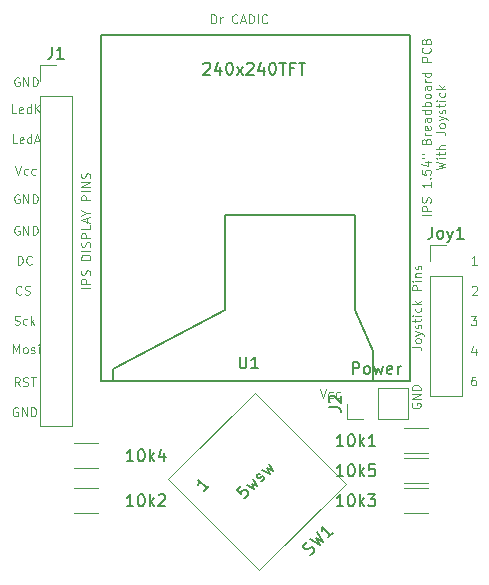
<source format=gbr>
G04 #@! TF.FileFunction,Legend,Top*
%FSLAX46Y46*%
G04 Gerber Fmt 4.6, Leading zero omitted, Abs format (unit mm)*
G04 Created by KiCad (PCBNEW 4.0.7) date 04/18/19 12:47:30*
%MOMM*%
%LPD*%
G01*
G04 APERTURE LIST*
%ADD10C,0.100000*%
%ADD11C,0.120000*%
%ADD12C,0.150000*%
G04 APERTURE END LIST*
D10*
X145725800Y-135267628D02*
X145690086Y-135339057D01*
X145690086Y-135446200D01*
X145725800Y-135553343D01*
X145797229Y-135624771D01*
X145868657Y-135660486D01*
X146011514Y-135696200D01*
X146118657Y-135696200D01*
X146261514Y-135660486D01*
X146332943Y-135624771D01*
X146404371Y-135553343D01*
X146440086Y-135446200D01*
X146440086Y-135374771D01*
X146404371Y-135267628D01*
X146368657Y-135231914D01*
X146118657Y-135231914D01*
X146118657Y-135374771D01*
X146440086Y-134910486D02*
X145690086Y-134910486D01*
X146440086Y-134481914D01*
X145690086Y-134481914D01*
X146440086Y-134124772D02*
X145690086Y-134124772D01*
X145690086Y-133946200D01*
X145725800Y-133839057D01*
X145797229Y-133767629D01*
X145868657Y-133731914D01*
X146011514Y-133696200D01*
X146118657Y-133696200D01*
X146261514Y-133731914D01*
X146332943Y-133767629D01*
X146404371Y-133839057D01*
X146440086Y-133946200D01*
X146440086Y-134124772D01*
X137918144Y-134056886D02*
X138168144Y-134806886D01*
X138418144Y-134056886D01*
X138989572Y-134771171D02*
X138918143Y-134806886D01*
X138775286Y-134806886D01*
X138703858Y-134771171D01*
X138668143Y-134735457D01*
X138632429Y-134664029D01*
X138632429Y-134449743D01*
X138668143Y-134378314D01*
X138703858Y-134342600D01*
X138775286Y-134306886D01*
X138918143Y-134306886D01*
X138989572Y-134342600D01*
X139632429Y-134771171D02*
X139561000Y-134806886D01*
X139418143Y-134806886D01*
X139346715Y-134771171D01*
X139311000Y-134735457D01*
X139275286Y-134664029D01*
X139275286Y-134449743D01*
X139311000Y-134378314D01*
X139346715Y-134342600D01*
X139418143Y-134306886D01*
X139561000Y-134306886D01*
X139632429Y-134342600D01*
X151082357Y-133002786D02*
X150939500Y-133002786D01*
X150868071Y-133038500D01*
X150832357Y-133074214D01*
X150760928Y-133181357D01*
X150725214Y-133324214D01*
X150725214Y-133609929D01*
X150760928Y-133681357D01*
X150796643Y-133717071D01*
X150868071Y-133752786D01*
X151010928Y-133752786D01*
X151082357Y-133717071D01*
X151118071Y-133681357D01*
X151153786Y-133609929D01*
X151153786Y-133431357D01*
X151118071Y-133359929D01*
X151082357Y-133324214D01*
X151010928Y-133288500D01*
X150868071Y-133288500D01*
X150796643Y-133324214D01*
X150760928Y-133359929D01*
X150725214Y-133431357D01*
X151095057Y-130661986D02*
X151095057Y-131161986D01*
X150916486Y-130376271D02*
X150737914Y-130911986D01*
X151202200Y-130911986D01*
X150702200Y-127884686D02*
X151166486Y-127884686D01*
X150916486Y-128170400D01*
X151023628Y-128170400D01*
X151095057Y-128206114D01*
X151130771Y-128241829D01*
X151166486Y-128313257D01*
X151166486Y-128491829D01*
X151130771Y-128563257D01*
X151095057Y-128598971D01*
X151023628Y-128634686D01*
X150809343Y-128634686D01*
X150737914Y-128598971D01*
X150702200Y-128563257D01*
X150788714Y-125378014D02*
X150824428Y-125342300D01*
X150895857Y-125306586D01*
X151074428Y-125306586D01*
X151145857Y-125342300D01*
X151181571Y-125378014D01*
X151217286Y-125449443D01*
X151217286Y-125520871D01*
X151181571Y-125628014D01*
X150753000Y-126056586D01*
X151217286Y-126056586D01*
X151191886Y-123516586D02*
X150763314Y-123516586D01*
X150977600Y-123516586D02*
X150977600Y-122766586D01*
X150906171Y-122873729D01*
X150834743Y-122945157D01*
X150763314Y-122980871D01*
X145728186Y-130486529D02*
X146263900Y-130486529D01*
X146371043Y-130522243D01*
X146442471Y-130593672D01*
X146478186Y-130700815D01*
X146478186Y-130772243D01*
X146478186Y-130022243D02*
X146442471Y-130093671D01*
X146406757Y-130129386D01*
X146335329Y-130165100D01*
X146121043Y-130165100D01*
X146049614Y-130129386D01*
X146013900Y-130093671D01*
X145978186Y-130022243D01*
X145978186Y-129915100D01*
X146013900Y-129843671D01*
X146049614Y-129807957D01*
X146121043Y-129772243D01*
X146335329Y-129772243D01*
X146406757Y-129807957D01*
X146442471Y-129843671D01*
X146478186Y-129915100D01*
X146478186Y-130022243D01*
X145978186Y-129522243D02*
X146478186Y-129343672D01*
X145978186Y-129165100D02*
X146478186Y-129343672D01*
X146656757Y-129415100D01*
X146692471Y-129450815D01*
X146728186Y-129522243D01*
X146442471Y-128915100D02*
X146478186Y-128843671D01*
X146478186Y-128700814D01*
X146442471Y-128629386D01*
X146371043Y-128593671D01*
X146335329Y-128593671D01*
X146263900Y-128629386D01*
X146228186Y-128700814D01*
X146228186Y-128807957D01*
X146192471Y-128879386D01*
X146121043Y-128915100D01*
X146085329Y-128915100D01*
X146013900Y-128879386D01*
X145978186Y-128807957D01*
X145978186Y-128700814D01*
X146013900Y-128629386D01*
X145978186Y-128379385D02*
X145978186Y-128093671D01*
X145728186Y-128272243D02*
X146371043Y-128272243D01*
X146442471Y-128236528D01*
X146478186Y-128165100D01*
X146478186Y-128093671D01*
X146478186Y-127843672D02*
X145978186Y-127843672D01*
X145728186Y-127843672D02*
X145763900Y-127879386D01*
X145799614Y-127843672D01*
X145763900Y-127807957D01*
X145728186Y-127843672D01*
X145799614Y-127843672D01*
X146442471Y-127165100D02*
X146478186Y-127236529D01*
X146478186Y-127379386D01*
X146442471Y-127450814D01*
X146406757Y-127486529D01*
X146335329Y-127522243D01*
X146121043Y-127522243D01*
X146049614Y-127486529D01*
X146013900Y-127450814D01*
X145978186Y-127379386D01*
X145978186Y-127236529D01*
X146013900Y-127165100D01*
X146478186Y-126843672D02*
X145728186Y-126843672D01*
X146192471Y-126772243D02*
X146478186Y-126557957D01*
X145978186Y-126557957D02*
X146263900Y-126843672D01*
X146478186Y-125665100D02*
X145728186Y-125665100D01*
X145728186Y-125379385D01*
X145763900Y-125307957D01*
X145799614Y-125272242D01*
X145871043Y-125236528D01*
X145978186Y-125236528D01*
X146049614Y-125272242D01*
X146085329Y-125307957D01*
X146121043Y-125379385D01*
X146121043Y-125665100D01*
X146478186Y-124915100D02*
X145978186Y-124915100D01*
X145728186Y-124915100D02*
X145763900Y-124950814D01*
X145799614Y-124915100D01*
X145763900Y-124879385D01*
X145728186Y-124915100D01*
X145799614Y-124915100D01*
X145978186Y-124557957D02*
X146478186Y-124557957D01*
X146049614Y-124557957D02*
X146013900Y-124522242D01*
X145978186Y-124450814D01*
X145978186Y-124343671D01*
X146013900Y-124272242D01*
X146085329Y-124236528D01*
X146478186Y-124236528D01*
X146442471Y-123915100D02*
X146478186Y-123843671D01*
X146478186Y-123700814D01*
X146442471Y-123629386D01*
X146371043Y-123593671D01*
X146335329Y-123593671D01*
X146263900Y-123629386D01*
X146228186Y-123700814D01*
X146228186Y-123807957D01*
X146192471Y-123879386D01*
X146121043Y-123915100D01*
X146085329Y-123915100D01*
X146013900Y-123879386D01*
X145978186Y-123807957D01*
X145978186Y-123700814D01*
X146013900Y-123629386D01*
X118449286Y-125489287D02*
X117699286Y-125489287D01*
X118449286Y-125132144D02*
X117699286Y-125132144D01*
X117699286Y-124846429D01*
X117735000Y-124775001D01*
X117770714Y-124739286D01*
X117842143Y-124703572D01*
X117949286Y-124703572D01*
X118020714Y-124739286D01*
X118056429Y-124775001D01*
X118092143Y-124846429D01*
X118092143Y-125132144D01*
X118413571Y-124417858D02*
X118449286Y-124310715D01*
X118449286Y-124132144D01*
X118413571Y-124060715D01*
X118377857Y-124025001D01*
X118306429Y-123989286D01*
X118235000Y-123989286D01*
X118163571Y-124025001D01*
X118127857Y-124060715D01*
X118092143Y-124132144D01*
X118056429Y-124275001D01*
X118020714Y-124346429D01*
X117985000Y-124382144D01*
X117913571Y-124417858D01*
X117842143Y-124417858D01*
X117770714Y-124382144D01*
X117735000Y-124346429D01*
X117699286Y-124275001D01*
X117699286Y-124096429D01*
X117735000Y-123989286D01*
X118449286Y-123096429D02*
X117699286Y-123096429D01*
X117699286Y-122917857D01*
X117735000Y-122810714D01*
X117806429Y-122739286D01*
X117877857Y-122703571D01*
X118020714Y-122667857D01*
X118127857Y-122667857D01*
X118270714Y-122703571D01*
X118342143Y-122739286D01*
X118413571Y-122810714D01*
X118449286Y-122917857D01*
X118449286Y-123096429D01*
X118449286Y-122346429D02*
X117699286Y-122346429D01*
X118413571Y-122025000D02*
X118449286Y-121917857D01*
X118449286Y-121739286D01*
X118413571Y-121667857D01*
X118377857Y-121632143D01*
X118306429Y-121596428D01*
X118235000Y-121596428D01*
X118163571Y-121632143D01*
X118127857Y-121667857D01*
X118092143Y-121739286D01*
X118056429Y-121882143D01*
X118020714Y-121953571D01*
X117985000Y-121989286D01*
X117913571Y-122025000D01*
X117842143Y-122025000D01*
X117770714Y-121989286D01*
X117735000Y-121953571D01*
X117699286Y-121882143D01*
X117699286Y-121703571D01*
X117735000Y-121596428D01*
X118449286Y-121275000D02*
X117699286Y-121275000D01*
X117699286Y-120989285D01*
X117735000Y-120917857D01*
X117770714Y-120882142D01*
X117842143Y-120846428D01*
X117949286Y-120846428D01*
X118020714Y-120882142D01*
X118056429Y-120917857D01*
X118092143Y-120989285D01*
X118092143Y-121275000D01*
X118449286Y-120167857D02*
X118449286Y-120525000D01*
X117699286Y-120525000D01*
X118235000Y-119953571D02*
X118235000Y-119596428D01*
X118449286Y-120024999D02*
X117699286Y-119774999D01*
X118449286Y-119524999D01*
X118092143Y-119132142D02*
X118449286Y-119132142D01*
X117699286Y-119382142D02*
X118092143Y-119132142D01*
X117699286Y-118882142D01*
X118449286Y-118060714D02*
X117699286Y-118060714D01*
X117699286Y-117774999D01*
X117735000Y-117703571D01*
X117770714Y-117667856D01*
X117842143Y-117632142D01*
X117949286Y-117632142D01*
X118020714Y-117667856D01*
X118056429Y-117703571D01*
X118092143Y-117774999D01*
X118092143Y-118060714D01*
X118449286Y-117310714D02*
X117699286Y-117310714D01*
X118449286Y-116953571D02*
X117699286Y-116953571D01*
X118449286Y-116524999D01*
X117699286Y-116524999D01*
X118413571Y-116203571D02*
X118449286Y-116096428D01*
X118449286Y-115917857D01*
X118413571Y-115846428D01*
X118377857Y-115810714D01*
X118306429Y-115774999D01*
X118235000Y-115774999D01*
X118163571Y-115810714D01*
X118127857Y-115846428D01*
X118092143Y-115917857D01*
X118056429Y-116060714D01*
X118020714Y-116132142D01*
X117985000Y-116167857D01*
X117913571Y-116203571D01*
X117842143Y-116203571D01*
X117770714Y-116167857D01*
X117735000Y-116132142D01*
X117699286Y-116060714D01*
X117699286Y-115882142D01*
X117735000Y-115774999D01*
X112331571Y-123529286D02*
X112331571Y-122779286D01*
X112510143Y-122779286D01*
X112617286Y-122815000D01*
X112688714Y-122886429D01*
X112724429Y-122957857D01*
X112760143Y-123100714D01*
X112760143Y-123207857D01*
X112724429Y-123350714D01*
X112688714Y-123422143D01*
X112617286Y-123493571D01*
X112510143Y-123529286D01*
X112331571Y-123529286D01*
X113510143Y-123457857D02*
X113474429Y-123493571D01*
X113367286Y-123529286D01*
X113295857Y-123529286D01*
X113188714Y-123493571D01*
X113117286Y-123422143D01*
X113081571Y-123350714D01*
X113045857Y-123207857D01*
X113045857Y-123100714D01*
X113081571Y-122957857D01*
X113117286Y-122886429D01*
X113188714Y-122815000D01*
X113295857Y-122779286D01*
X113367286Y-122779286D01*
X113474429Y-122815000D01*
X113510143Y-122850714D01*
X112651000Y-125997857D02*
X112615286Y-126033571D01*
X112508143Y-126069286D01*
X112436714Y-126069286D01*
X112329571Y-126033571D01*
X112258143Y-125962143D01*
X112222428Y-125890714D01*
X112186714Y-125747857D01*
X112186714Y-125640714D01*
X112222428Y-125497857D01*
X112258143Y-125426429D01*
X112329571Y-125355000D01*
X112436714Y-125319286D01*
X112508143Y-125319286D01*
X112615286Y-125355000D01*
X112651000Y-125390714D01*
X112936714Y-126033571D02*
X113043857Y-126069286D01*
X113222428Y-126069286D01*
X113293857Y-126033571D01*
X113329571Y-125997857D01*
X113365286Y-125926429D01*
X113365286Y-125855000D01*
X113329571Y-125783571D01*
X113293857Y-125747857D01*
X113222428Y-125712143D01*
X113079571Y-125676429D01*
X113008143Y-125640714D01*
X112972428Y-125605000D01*
X112936714Y-125533571D01*
X112936714Y-125462143D01*
X112972428Y-125390714D01*
X113008143Y-125355000D01*
X113079571Y-125319286D01*
X113258143Y-125319286D01*
X113365286Y-125355000D01*
X112331572Y-135642000D02*
X112260143Y-135606286D01*
X112153000Y-135606286D01*
X112045857Y-135642000D01*
X111974429Y-135713429D01*
X111938714Y-135784857D01*
X111903000Y-135927714D01*
X111903000Y-136034857D01*
X111938714Y-136177714D01*
X111974429Y-136249143D01*
X112045857Y-136320571D01*
X112153000Y-136356286D01*
X112224429Y-136356286D01*
X112331572Y-136320571D01*
X112367286Y-136284857D01*
X112367286Y-136034857D01*
X112224429Y-136034857D01*
X112688714Y-136356286D02*
X112688714Y-135606286D01*
X113117286Y-136356286D01*
X113117286Y-135606286D01*
X113474428Y-136356286D02*
X113474428Y-135606286D01*
X113653000Y-135606286D01*
X113760143Y-135642000D01*
X113831571Y-135713429D01*
X113867286Y-135784857D01*
X113903000Y-135927714D01*
X113903000Y-136034857D01*
X113867286Y-136177714D01*
X113831571Y-136249143D01*
X113760143Y-136320571D01*
X113653000Y-136356286D01*
X113474428Y-136356286D01*
X112137144Y-115159286D02*
X112387144Y-115909286D01*
X112637144Y-115159286D01*
X113208572Y-115873571D02*
X113137143Y-115909286D01*
X112994286Y-115909286D01*
X112922858Y-115873571D01*
X112887143Y-115837857D01*
X112851429Y-115766429D01*
X112851429Y-115552143D01*
X112887143Y-115480714D01*
X112922858Y-115445000D01*
X112994286Y-115409286D01*
X113137143Y-115409286D01*
X113208572Y-115445000D01*
X113851429Y-115873571D02*
X113780000Y-115909286D01*
X113637143Y-115909286D01*
X113565715Y-115873571D01*
X113530000Y-115837857D01*
X113494286Y-115766429D01*
X113494286Y-115552143D01*
X113530000Y-115480714D01*
X113565715Y-115445000D01*
X113637143Y-115409286D01*
X113780000Y-115409286D01*
X113851429Y-115445000D01*
X112280000Y-113242286D02*
X111922857Y-113242286D01*
X111922857Y-112492286D01*
X112815715Y-113206571D02*
X112744286Y-113242286D01*
X112601429Y-113242286D01*
X112530000Y-113206571D01*
X112494286Y-113135143D01*
X112494286Y-112849429D01*
X112530000Y-112778000D01*
X112601429Y-112742286D01*
X112744286Y-112742286D01*
X112815715Y-112778000D01*
X112851429Y-112849429D01*
X112851429Y-112920857D01*
X112494286Y-112992286D01*
X113494286Y-113242286D02*
X113494286Y-112492286D01*
X113494286Y-113206571D02*
X113422857Y-113242286D01*
X113280000Y-113242286D01*
X113208572Y-113206571D01*
X113172857Y-113170857D01*
X113137143Y-113099429D01*
X113137143Y-112885143D01*
X113172857Y-112813714D01*
X113208572Y-112778000D01*
X113280000Y-112742286D01*
X113422857Y-112742286D01*
X113494286Y-112778000D01*
X113815714Y-113028000D02*
X114172857Y-113028000D01*
X113744286Y-113242286D02*
X113994286Y-112492286D01*
X114244286Y-113242286D01*
X112226429Y-110702286D02*
X111869286Y-110702286D01*
X111869286Y-109952286D01*
X112762144Y-110666571D02*
X112690715Y-110702286D01*
X112547858Y-110702286D01*
X112476429Y-110666571D01*
X112440715Y-110595143D01*
X112440715Y-110309429D01*
X112476429Y-110238000D01*
X112547858Y-110202286D01*
X112690715Y-110202286D01*
X112762144Y-110238000D01*
X112797858Y-110309429D01*
X112797858Y-110380857D01*
X112440715Y-110452286D01*
X113440715Y-110702286D02*
X113440715Y-109952286D01*
X113440715Y-110666571D02*
X113369286Y-110702286D01*
X113226429Y-110702286D01*
X113155001Y-110666571D01*
X113119286Y-110630857D01*
X113083572Y-110559429D01*
X113083572Y-110345143D01*
X113119286Y-110273714D01*
X113155001Y-110238000D01*
X113226429Y-110202286D01*
X113369286Y-110202286D01*
X113440715Y-110238000D01*
X113797857Y-110702286D02*
X113797857Y-109952286D01*
X114226429Y-110702286D02*
X113905000Y-110273714D01*
X114226429Y-109952286D02*
X113797857Y-110380857D01*
X112458572Y-120275000D02*
X112387143Y-120239286D01*
X112280000Y-120239286D01*
X112172857Y-120275000D01*
X112101429Y-120346429D01*
X112065714Y-120417857D01*
X112030000Y-120560714D01*
X112030000Y-120667857D01*
X112065714Y-120810714D01*
X112101429Y-120882143D01*
X112172857Y-120953571D01*
X112280000Y-120989286D01*
X112351429Y-120989286D01*
X112458572Y-120953571D01*
X112494286Y-120917857D01*
X112494286Y-120667857D01*
X112351429Y-120667857D01*
X112815714Y-120989286D02*
X112815714Y-120239286D01*
X113244286Y-120989286D01*
X113244286Y-120239286D01*
X113601428Y-120989286D02*
X113601428Y-120239286D01*
X113780000Y-120239286D01*
X113887143Y-120275000D01*
X113958571Y-120346429D01*
X113994286Y-120417857D01*
X114030000Y-120560714D01*
X114030000Y-120667857D01*
X113994286Y-120810714D01*
X113958571Y-120882143D01*
X113887143Y-120953571D01*
X113780000Y-120989286D01*
X113601428Y-120989286D01*
X112458572Y-117608000D02*
X112387143Y-117572286D01*
X112280000Y-117572286D01*
X112172857Y-117608000D01*
X112101429Y-117679429D01*
X112065714Y-117750857D01*
X112030000Y-117893714D01*
X112030000Y-118000857D01*
X112065714Y-118143714D01*
X112101429Y-118215143D01*
X112172857Y-118286571D01*
X112280000Y-118322286D01*
X112351429Y-118322286D01*
X112458572Y-118286571D01*
X112494286Y-118250857D01*
X112494286Y-118000857D01*
X112351429Y-118000857D01*
X112815714Y-118322286D02*
X112815714Y-117572286D01*
X113244286Y-118322286D01*
X113244286Y-117572286D01*
X113601428Y-118322286D02*
X113601428Y-117572286D01*
X113780000Y-117572286D01*
X113887143Y-117608000D01*
X113958571Y-117679429D01*
X113994286Y-117750857D01*
X114030000Y-117893714D01*
X114030000Y-118000857D01*
X113994286Y-118143714D01*
X113958571Y-118215143D01*
X113887143Y-118286571D01*
X113780000Y-118322286D01*
X113601428Y-118322286D01*
X112063714Y-128573571D02*
X112170857Y-128609286D01*
X112349428Y-128609286D01*
X112420857Y-128573571D01*
X112456571Y-128537857D01*
X112492286Y-128466429D01*
X112492286Y-128395000D01*
X112456571Y-128323571D01*
X112420857Y-128287857D01*
X112349428Y-128252143D01*
X112206571Y-128216429D01*
X112135143Y-128180714D01*
X112099428Y-128145000D01*
X112063714Y-128073571D01*
X112063714Y-128002143D01*
X112099428Y-127930714D01*
X112135143Y-127895000D01*
X112206571Y-127859286D01*
X112385143Y-127859286D01*
X112492286Y-127895000D01*
X113135143Y-128573571D02*
X113063714Y-128609286D01*
X112920857Y-128609286D01*
X112849429Y-128573571D01*
X112813714Y-128537857D01*
X112778000Y-128466429D01*
X112778000Y-128252143D01*
X112813714Y-128180714D01*
X112849429Y-128145000D01*
X112920857Y-128109286D01*
X113063714Y-128109286D01*
X113135143Y-128145000D01*
X113456571Y-128609286D02*
X113456571Y-127859286D01*
X113528000Y-128323571D02*
X113742286Y-128609286D01*
X113742286Y-128109286D02*
X113456571Y-128395000D01*
X111958571Y-131022286D02*
X111958571Y-130272286D01*
X112208571Y-130808000D01*
X112458571Y-130272286D01*
X112458571Y-131022286D01*
X112922857Y-131022286D02*
X112851429Y-130986571D01*
X112815714Y-130950857D01*
X112780000Y-130879429D01*
X112780000Y-130665143D01*
X112815714Y-130593714D01*
X112851429Y-130558000D01*
X112922857Y-130522286D01*
X113030000Y-130522286D01*
X113101429Y-130558000D01*
X113137143Y-130593714D01*
X113172857Y-130665143D01*
X113172857Y-130879429D01*
X113137143Y-130950857D01*
X113101429Y-130986571D01*
X113030000Y-131022286D01*
X112922857Y-131022286D01*
X113458571Y-130986571D02*
X113530000Y-131022286D01*
X113672857Y-131022286D01*
X113744285Y-130986571D01*
X113780000Y-130915143D01*
X113780000Y-130879429D01*
X113744285Y-130808000D01*
X113672857Y-130772286D01*
X113565714Y-130772286D01*
X113494285Y-130736571D01*
X113458571Y-130665143D01*
X113458571Y-130629429D01*
X113494285Y-130558000D01*
X113565714Y-130522286D01*
X113672857Y-130522286D01*
X113744285Y-130558000D01*
X114101428Y-131022286D02*
X114101428Y-130522286D01*
X114101428Y-130272286D02*
X114065714Y-130308000D01*
X114101428Y-130343714D01*
X114137143Y-130308000D01*
X114101428Y-130272286D01*
X114101428Y-130343714D01*
X112492286Y-133816286D02*
X112242286Y-133459143D01*
X112063714Y-133816286D02*
X112063714Y-133066286D01*
X112349429Y-133066286D01*
X112420857Y-133102000D01*
X112456572Y-133137714D01*
X112492286Y-133209143D01*
X112492286Y-133316286D01*
X112456572Y-133387714D01*
X112420857Y-133423429D01*
X112349429Y-133459143D01*
X112063714Y-133459143D01*
X112778000Y-133780571D02*
X112885143Y-133816286D01*
X113063714Y-133816286D01*
X113135143Y-133780571D01*
X113170857Y-133744857D01*
X113206572Y-133673429D01*
X113206572Y-133602000D01*
X113170857Y-133530571D01*
X113135143Y-133494857D01*
X113063714Y-133459143D01*
X112920857Y-133423429D01*
X112849429Y-133387714D01*
X112813714Y-133352000D01*
X112778000Y-133280571D01*
X112778000Y-133209143D01*
X112813714Y-133137714D01*
X112849429Y-133102000D01*
X112920857Y-133066286D01*
X113099429Y-133066286D01*
X113206572Y-133102000D01*
X113420858Y-133066286D02*
X113849429Y-133066286D01*
X113635143Y-133816286D02*
X113635143Y-133066286D01*
X112458572Y-107702000D02*
X112387143Y-107666286D01*
X112280000Y-107666286D01*
X112172857Y-107702000D01*
X112101429Y-107773429D01*
X112065714Y-107844857D01*
X112030000Y-107987714D01*
X112030000Y-108094857D01*
X112065714Y-108237714D01*
X112101429Y-108309143D01*
X112172857Y-108380571D01*
X112280000Y-108416286D01*
X112351429Y-108416286D01*
X112458572Y-108380571D01*
X112494286Y-108344857D01*
X112494286Y-108094857D01*
X112351429Y-108094857D01*
X112815714Y-108416286D02*
X112815714Y-107666286D01*
X113244286Y-108416286D01*
X113244286Y-107666286D01*
X113601428Y-108416286D02*
X113601428Y-107666286D01*
X113780000Y-107666286D01*
X113887143Y-107702000D01*
X113958571Y-107773429D01*
X113994286Y-107844857D01*
X114030000Y-107987714D01*
X114030000Y-108094857D01*
X113994286Y-108237714D01*
X113958571Y-108309143D01*
X113887143Y-108380571D01*
X113780000Y-108416286D01*
X113601428Y-108416286D01*
X147300786Y-119333429D02*
X146550786Y-119333429D01*
X147300786Y-118976286D02*
X146550786Y-118976286D01*
X146550786Y-118690571D01*
X146586500Y-118619143D01*
X146622214Y-118583428D01*
X146693643Y-118547714D01*
X146800786Y-118547714D01*
X146872214Y-118583428D01*
X146907929Y-118619143D01*
X146943643Y-118690571D01*
X146943643Y-118976286D01*
X147265071Y-118262000D02*
X147300786Y-118154857D01*
X147300786Y-117976286D01*
X147265071Y-117904857D01*
X147229357Y-117869143D01*
X147157929Y-117833428D01*
X147086500Y-117833428D01*
X147015071Y-117869143D01*
X146979357Y-117904857D01*
X146943643Y-117976286D01*
X146907929Y-118119143D01*
X146872214Y-118190571D01*
X146836500Y-118226286D01*
X146765071Y-118262000D01*
X146693643Y-118262000D01*
X146622214Y-118226286D01*
X146586500Y-118190571D01*
X146550786Y-118119143D01*
X146550786Y-117940571D01*
X146586500Y-117833428D01*
X147300786Y-116547713D02*
X147300786Y-116976285D01*
X147300786Y-116761999D02*
X146550786Y-116761999D01*
X146657929Y-116833428D01*
X146729357Y-116904856D01*
X146765071Y-116976285D01*
X147229357Y-116226285D02*
X147265071Y-116190570D01*
X147300786Y-116226285D01*
X147265071Y-116261999D01*
X147229357Y-116226285D01*
X147300786Y-116226285D01*
X146550786Y-115511999D02*
X146550786Y-115869142D01*
X146907929Y-115904856D01*
X146872214Y-115869142D01*
X146836500Y-115797713D01*
X146836500Y-115619142D01*
X146872214Y-115547713D01*
X146907929Y-115511999D01*
X146979357Y-115476284D01*
X147157929Y-115476284D01*
X147229357Y-115511999D01*
X147265071Y-115547713D01*
X147300786Y-115619142D01*
X147300786Y-115797713D01*
X147265071Y-115869142D01*
X147229357Y-115904856D01*
X146800786Y-114833427D02*
X147300786Y-114833427D01*
X146515071Y-115011998D02*
X147050786Y-115190570D01*
X147050786Y-114726284D01*
X146550786Y-114476284D02*
X146693643Y-114476284D01*
X146550786Y-114190570D02*
X146693643Y-114190570D01*
X146907929Y-113047712D02*
X146943643Y-112940569D01*
X146979357Y-112904854D01*
X147050786Y-112869140D01*
X147157929Y-112869140D01*
X147229357Y-112904854D01*
X147265071Y-112940569D01*
X147300786Y-113011997D01*
X147300786Y-113297712D01*
X146550786Y-113297712D01*
X146550786Y-113047712D01*
X146586500Y-112976283D01*
X146622214Y-112940569D01*
X146693643Y-112904854D01*
X146765071Y-112904854D01*
X146836500Y-112940569D01*
X146872214Y-112976283D01*
X146907929Y-113047712D01*
X146907929Y-113297712D01*
X147300786Y-112547712D02*
X146800786Y-112547712D01*
X146943643Y-112547712D02*
X146872214Y-112511997D01*
X146836500Y-112476283D01*
X146800786Y-112404854D01*
X146800786Y-112333426D01*
X147265071Y-111797711D02*
X147300786Y-111869140D01*
X147300786Y-112011997D01*
X147265071Y-112083426D01*
X147193643Y-112119140D01*
X146907929Y-112119140D01*
X146836500Y-112083426D01*
X146800786Y-112011997D01*
X146800786Y-111869140D01*
X146836500Y-111797711D01*
X146907929Y-111761997D01*
X146979357Y-111761997D01*
X147050786Y-112119140D01*
X147300786Y-111119140D02*
X146907929Y-111119140D01*
X146836500Y-111154854D01*
X146800786Y-111226283D01*
X146800786Y-111369140D01*
X146836500Y-111440569D01*
X147265071Y-111119140D02*
X147300786Y-111190569D01*
X147300786Y-111369140D01*
X147265071Y-111440569D01*
X147193643Y-111476283D01*
X147122214Y-111476283D01*
X147050786Y-111440569D01*
X147015071Y-111369140D01*
X147015071Y-111190569D01*
X146979357Y-111119140D01*
X147300786Y-110440569D02*
X146550786Y-110440569D01*
X147265071Y-110440569D02*
X147300786Y-110511998D01*
X147300786Y-110654855D01*
X147265071Y-110726283D01*
X147229357Y-110761998D01*
X147157929Y-110797712D01*
X146943643Y-110797712D01*
X146872214Y-110761998D01*
X146836500Y-110726283D01*
X146800786Y-110654855D01*
X146800786Y-110511998D01*
X146836500Y-110440569D01*
X147300786Y-110083427D02*
X146550786Y-110083427D01*
X146836500Y-110083427D02*
X146800786Y-110011998D01*
X146800786Y-109869141D01*
X146836500Y-109797712D01*
X146872214Y-109761998D01*
X146943643Y-109726284D01*
X147157929Y-109726284D01*
X147229357Y-109761998D01*
X147265071Y-109797712D01*
X147300786Y-109869141D01*
X147300786Y-110011998D01*
X147265071Y-110083427D01*
X147300786Y-109297713D02*
X147265071Y-109369141D01*
X147229357Y-109404856D01*
X147157929Y-109440570D01*
X146943643Y-109440570D01*
X146872214Y-109404856D01*
X146836500Y-109369141D01*
X146800786Y-109297713D01*
X146800786Y-109190570D01*
X146836500Y-109119141D01*
X146872214Y-109083427D01*
X146943643Y-109047713D01*
X147157929Y-109047713D01*
X147229357Y-109083427D01*
X147265071Y-109119141D01*
X147300786Y-109190570D01*
X147300786Y-109297713D01*
X147300786Y-108404856D02*
X146907929Y-108404856D01*
X146836500Y-108440570D01*
X146800786Y-108511999D01*
X146800786Y-108654856D01*
X146836500Y-108726285D01*
X147265071Y-108404856D02*
X147300786Y-108476285D01*
X147300786Y-108654856D01*
X147265071Y-108726285D01*
X147193643Y-108761999D01*
X147122214Y-108761999D01*
X147050786Y-108726285D01*
X147015071Y-108654856D01*
X147015071Y-108476285D01*
X146979357Y-108404856D01*
X147300786Y-108047714D02*
X146800786Y-108047714D01*
X146943643Y-108047714D02*
X146872214Y-108011999D01*
X146836500Y-107976285D01*
X146800786Y-107904856D01*
X146800786Y-107833428D01*
X147300786Y-107261999D02*
X146550786Y-107261999D01*
X147265071Y-107261999D02*
X147300786Y-107333428D01*
X147300786Y-107476285D01*
X147265071Y-107547713D01*
X147229357Y-107583428D01*
X147157929Y-107619142D01*
X146943643Y-107619142D01*
X146872214Y-107583428D01*
X146836500Y-107547713D01*
X146800786Y-107476285D01*
X146800786Y-107333428D01*
X146836500Y-107261999D01*
X147300786Y-106333428D02*
X146550786Y-106333428D01*
X146550786Y-106047713D01*
X146586500Y-105976285D01*
X146622214Y-105940570D01*
X146693643Y-105904856D01*
X146800786Y-105904856D01*
X146872214Y-105940570D01*
X146907929Y-105976285D01*
X146943643Y-106047713D01*
X146943643Y-106333428D01*
X147229357Y-105154856D02*
X147265071Y-105190570D01*
X147300786Y-105297713D01*
X147300786Y-105369142D01*
X147265071Y-105476285D01*
X147193643Y-105547713D01*
X147122214Y-105583428D01*
X146979357Y-105619142D01*
X146872214Y-105619142D01*
X146729357Y-105583428D01*
X146657929Y-105547713D01*
X146586500Y-105476285D01*
X146550786Y-105369142D01*
X146550786Y-105297713D01*
X146586500Y-105190570D01*
X146622214Y-105154856D01*
X146907929Y-104583428D02*
X146943643Y-104476285D01*
X146979357Y-104440570D01*
X147050786Y-104404856D01*
X147157929Y-104404856D01*
X147229357Y-104440570D01*
X147265071Y-104476285D01*
X147300786Y-104547713D01*
X147300786Y-104833428D01*
X146550786Y-104833428D01*
X146550786Y-104583428D01*
X146586500Y-104511999D01*
X146622214Y-104476285D01*
X146693643Y-104440570D01*
X146765071Y-104440570D01*
X146836500Y-104476285D01*
X146872214Y-104511999D01*
X146907929Y-104583428D01*
X146907929Y-104833428D01*
X147775786Y-115458428D02*
X148525786Y-115279857D01*
X147990071Y-115137000D01*
X148525786Y-114994142D01*
X147775786Y-114815571D01*
X148525786Y-114529857D02*
X148025786Y-114529857D01*
X147775786Y-114529857D02*
X147811500Y-114565571D01*
X147847214Y-114529857D01*
X147811500Y-114494142D01*
X147775786Y-114529857D01*
X147847214Y-114529857D01*
X148025786Y-114279856D02*
X148025786Y-113994142D01*
X147775786Y-114172714D02*
X148418643Y-114172714D01*
X148490071Y-114136999D01*
X148525786Y-114065571D01*
X148525786Y-113994142D01*
X148525786Y-113744143D02*
X147775786Y-113744143D01*
X148525786Y-113422714D02*
X148132929Y-113422714D01*
X148061500Y-113458428D01*
X148025786Y-113529857D01*
X148025786Y-113637000D01*
X148061500Y-113708428D01*
X148097214Y-113744143D01*
X147775786Y-112279857D02*
X148311500Y-112279857D01*
X148418643Y-112315571D01*
X148490071Y-112387000D01*
X148525786Y-112494143D01*
X148525786Y-112565571D01*
X148525786Y-111815571D02*
X148490071Y-111886999D01*
X148454357Y-111922714D01*
X148382929Y-111958428D01*
X148168643Y-111958428D01*
X148097214Y-111922714D01*
X148061500Y-111886999D01*
X148025786Y-111815571D01*
X148025786Y-111708428D01*
X148061500Y-111636999D01*
X148097214Y-111601285D01*
X148168643Y-111565571D01*
X148382929Y-111565571D01*
X148454357Y-111601285D01*
X148490071Y-111636999D01*
X148525786Y-111708428D01*
X148525786Y-111815571D01*
X148025786Y-111315571D02*
X148525786Y-111137000D01*
X148025786Y-110958428D02*
X148525786Y-111137000D01*
X148704357Y-111208428D01*
X148740071Y-111244143D01*
X148775786Y-111315571D01*
X148490071Y-110708428D02*
X148525786Y-110636999D01*
X148525786Y-110494142D01*
X148490071Y-110422714D01*
X148418643Y-110386999D01*
X148382929Y-110386999D01*
X148311500Y-110422714D01*
X148275786Y-110494142D01*
X148275786Y-110601285D01*
X148240071Y-110672714D01*
X148168643Y-110708428D01*
X148132929Y-110708428D01*
X148061500Y-110672714D01*
X148025786Y-110601285D01*
X148025786Y-110494142D01*
X148061500Y-110422714D01*
X148025786Y-110172713D02*
X148025786Y-109886999D01*
X147775786Y-110065571D02*
X148418643Y-110065571D01*
X148490071Y-110029856D01*
X148525786Y-109958428D01*
X148525786Y-109886999D01*
X148525786Y-109637000D02*
X148025786Y-109637000D01*
X147775786Y-109637000D02*
X147811500Y-109672714D01*
X147847214Y-109637000D01*
X147811500Y-109601285D01*
X147775786Y-109637000D01*
X147847214Y-109637000D01*
X148490071Y-108958428D02*
X148525786Y-109029857D01*
X148525786Y-109172714D01*
X148490071Y-109244142D01*
X148454357Y-109279857D01*
X148382929Y-109315571D01*
X148168643Y-109315571D01*
X148097214Y-109279857D01*
X148061500Y-109244142D01*
X148025786Y-109172714D01*
X148025786Y-109029857D01*
X148061500Y-108958428D01*
X148525786Y-108637000D02*
X147775786Y-108637000D01*
X148240071Y-108565571D02*
X148525786Y-108351285D01*
X148025786Y-108351285D02*
X148311500Y-108637000D01*
X128724714Y-103082286D02*
X128724714Y-102332286D01*
X128903286Y-102332286D01*
X129010429Y-102368000D01*
X129081857Y-102439429D01*
X129117572Y-102510857D01*
X129153286Y-102653714D01*
X129153286Y-102760857D01*
X129117572Y-102903714D01*
X129081857Y-102975143D01*
X129010429Y-103046571D01*
X128903286Y-103082286D01*
X128724714Y-103082286D01*
X129474714Y-103082286D02*
X129474714Y-102582286D01*
X129474714Y-102725143D02*
X129510429Y-102653714D01*
X129546143Y-102618000D01*
X129617572Y-102582286D01*
X129689000Y-102582286D01*
X130939001Y-103010857D02*
X130903287Y-103046571D01*
X130796144Y-103082286D01*
X130724715Y-103082286D01*
X130617572Y-103046571D01*
X130546144Y-102975143D01*
X130510429Y-102903714D01*
X130474715Y-102760857D01*
X130474715Y-102653714D01*
X130510429Y-102510857D01*
X130546144Y-102439429D01*
X130617572Y-102368000D01*
X130724715Y-102332286D01*
X130796144Y-102332286D01*
X130903287Y-102368000D01*
X130939001Y-102403714D01*
X131224715Y-102868000D02*
X131581858Y-102868000D01*
X131153287Y-103082286D02*
X131403287Y-102332286D01*
X131653287Y-103082286D01*
X131903286Y-103082286D02*
X131903286Y-102332286D01*
X132081858Y-102332286D01*
X132189001Y-102368000D01*
X132260429Y-102439429D01*
X132296144Y-102510857D01*
X132331858Y-102653714D01*
X132331858Y-102760857D01*
X132296144Y-102903714D01*
X132260429Y-102975143D01*
X132189001Y-103046571D01*
X132081858Y-103082286D01*
X131903286Y-103082286D01*
X132653286Y-103082286D02*
X132653286Y-102332286D01*
X133439001Y-103010857D02*
X133403287Y-103046571D01*
X133296144Y-103082286D01*
X133224715Y-103082286D01*
X133117572Y-103046571D01*
X133046144Y-102975143D01*
X133010429Y-102903714D01*
X132974715Y-102760857D01*
X132974715Y-102653714D01*
X133010429Y-102510857D01*
X133046144Y-102439429D01*
X133117572Y-102368000D01*
X133224715Y-102332286D01*
X133296144Y-102332286D01*
X133403287Y-102368000D01*
X133439001Y-102403714D01*
D11*
X147050000Y-142040000D02*
X145050000Y-142040000D01*
X145050000Y-139900000D02*
X147050000Y-139900000D01*
X119110000Y-144580000D02*
X117110000Y-144580000D01*
X117110000Y-142440000D02*
X119110000Y-142440000D01*
X147050000Y-144580000D02*
X145050000Y-144580000D01*
X145050000Y-142440000D02*
X147050000Y-142440000D01*
X119110000Y-140770000D02*
X117110000Y-140770000D01*
X117110000Y-138630000D02*
X119110000Y-138630000D01*
X145050000Y-137360000D02*
X147050000Y-137360000D01*
X147050000Y-139500000D02*
X145050000Y-139500000D01*
X114240000Y-109220000D02*
X114240000Y-137220000D01*
X114240000Y-137220000D02*
X116900000Y-137220000D01*
X116900000Y-137220000D02*
X116900000Y-109220000D01*
X116900000Y-109220000D02*
X114240000Y-109220000D01*
X114240000Y-107950000D02*
X114240000Y-106620000D01*
X114240000Y-106620000D02*
X115570000Y-106620000D01*
X147260000Y-124460000D02*
X147260000Y-134680000D01*
X147260000Y-134680000D02*
X149920000Y-134680000D01*
X149920000Y-134680000D02*
X149920000Y-124460000D01*
X149920000Y-124460000D02*
X147260000Y-124460000D01*
X147260000Y-123190000D02*
X147260000Y-121860000D01*
X147260000Y-121860000D02*
X148590000Y-121860000D01*
D10*
X125759771Y-140999771D02*
X132406575Y-134352967D01*
X132406575Y-134352967D02*
X140114039Y-142060431D01*
X140114039Y-142060431D02*
X132760128Y-149414342D01*
X132760128Y-149414342D02*
X125052664Y-141706878D01*
X125052664Y-141706878D02*
X125759771Y-140999771D01*
D12*
X120380000Y-132350000D02*
X120380000Y-133350000D01*
X142380000Y-132850000D02*
X142380000Y-133350000D01*
X142380000Y-132850000D02*
X142380000Y-130850000D01*
X142380000Y-130850000D02*
X140880000Y-127350000D01*
X140880000Y-127350000D02*
X140880000Y-119350000D01*
X140880000Y-119350000D02*
X129880000Y-119350000D01*
X129880000Y-119350000D02*
X129880000Y-127350000D01*
X129880000Y-127350000D02*
X120380000Y-132350000D01*
X119380000Y-133350000D02*
X119380000Y-104090000D01*
X119380000Y-104090000D02*
X145530000Y-104050000D01*
X145530000Y-104050000D02*
X145530000Y-133350000D01*
X145530000Y-133350000D02*
X119380000Y-133350000D01*
D11*
X142811500Y-136610400D02*
X145411500Y-136610400D01*
X145411500Y-136610400D02*
X145411500Y-133950400D01*
X145411500Y-133950400D02*
X142811500Y-133950400D01*
X142811500Y-133950400D02*
X142811500Y-136610400D01*
X141541500Y-136610400D02*
X140211500Y-136610400D01*
X140211500Y-136610400D02*
X140211500Y-135280400D01*
D12*
X139898572Y-138882381D02*
X139327143Y-138882381D01*
X139612857Y-138882381D02*
X139612857Y-137882381D01*
X139517619Y-138025238D01*
X139422381Y-138120476D01*
X139327143Y-138168095D01*
X140517619Y-137882381D02*
X140612858Y-137882381D01*
X140708096Y-137930000D01*
X140755715Y-137977619D01*
X140803334Y-138072857D01*
X140850953Y-138263333D01*
X140850953Y-138501429D01*
X140803334Y-138691905D01*
X140755715Y-138787143D01*
X140708096Y-138834762D01*
X140612858Y-138882381D01*
X140517619Y-138882381D01*
X140422381Y-138834762D01*
X140374762Y-138787143D01*
X140327143Y-138691905D01*
X140279524Y-138501429D01*
X140279524Y-138263333D01*
X140327143Y-138072857D01*
X140374762Y-137977619D01*
X140422381Y-137930000D01*
X140517619Y-137882381D01*
X141279524Y-138882381D02*
X141279524Y-137882381D01*
X141374762Y-138501429D02*
X141660477Y-138882381D01*
X141660477Y-138215714D02*
X141279524Y-138596667D01*
X142612858Y-138882381D02*
X142041429Y-138882381D01*
X142327143Y-138882381D02*
X142327143Y-137882381D01*
X142231905Y-138025238D01*
X142136667Y-138120476D01*
X142041429Y-138168095D01*
X122118572Y-143962381D02*
X121547143Y-143962381D01*
X121832857Y-143962381D02*
X121832857Y-142962381D01*
X121737619Y-143105238D01*
X121642381Y-143200476D01*
X121547143Y-143248095D01*
X122737619Y-142962381D02*
X122832858Y-142962381D01*
X122928096Y-143010000D01*
X122975715Y-143057619D01*
X123023334Y-143152857D01*
X123070953Y-143343333D01*
X123070953Y-143581429D01*
X123023334Y-143771905D01*
X122975715Y-143867143D01*
X122928096Y-143914762D01*
X122832858Y-143962381D01*
X122737619Y-143962381D01*
X122642381Y-143914762D01*
X122594762Y-143867143D01*
X122547143Y-143771905D01*
X122499524Y-143581429D01*
X122499524Y-143343333D01*
X122547143Y-143152857D01*
X122594762Y-143057619D01*
X122642381Y-143010000D01*
X122737619Y-142962381D01*
X123499524Y-143962381D02*
X123499524Y-142962381D01*
X123594762Y-143581429D02*
X123880477Y-143962381D01*
X123880477Y-143295714D02*
X123499524Y-143676667D01*
X124261429Y-143057619D02*
X124309048Y-143010000D01*
X124404286Y-142962381D01*
X124642382Y-142962381D01*
X124737620Y-143010000D01*
X124785239Y-143057619D01*
X124832858Y-143152857D01*
X124832858Y-143248095D01*
X124785239Y-143390952D01*
X124213810Y-143962381D01*
X124832858Y-143962381D01*
X139898572Y-143962381D02*
X139327143Y-143962381D01*
X139612857Y-143962381D02*
X139612857Y-142962381D01*
X139517619Y-143105238D01*
X139422381Y-143200476D01*
X139327143Y-143248095D01*
X140517619Y-142962381D02*
X140612858Y-142962381D01*
X140708096Y-143010000D01*
X140755715Y-143057619D01*
X140803334Y-143152857D01*
X140850953Y-143343333D01*
X140850953Y-143581429D01*
X140803334Y-143771905D01*
X140755715Y-143867143D01*
X140708096Y-143914762D01*
X140612858Y-143962381D01*
X140517619Y-143962381D01*
X140422381Y-143914762D01*
X140374762Y-143867143D01*
X140327143Y-143771905D01*
X140279524Y-143581429D01*
X140279524Y-143343333D01*
X140327143Y-143152857D01*
X140374762Y-143057619D01*
X140422381Y-143010000D01*
X140517619Y-142962381D01*
X141279524Y-143962381D02*
X141279524Y-142962381D01*
X141374762Y-143581429D02*
X141660477Y-143962381D01*
X141660477Y-143295714D02*
X141279524Y-143676667D01*
X141993810Y-142962381D02*
X142612858Y-142962381D01*
X142279524Y-143343333D01*
X142422382Y-143343333D01*
X142517620Y-143390952D01*
X142565239Y-143438571D01*
X142612858Y-143533810D01*
X142612858Y-143771905D01*
X142565239Y-143867143D01*
X142517620Y-143914762D01*
X142422382Y-143962381D01*
X142136667Y-143962381D01*
X142041429Y-143914762D01*
X141993810Y-143867143D01*
X122118572Y-140152381D02*
X121547143Y-140152381D01*
X121832857Y-140152381D02*
X121832857Y-139152381D01*
X121737619Y-139295238D01*
X121642381Y-139390476D01*
X121547143Y-139438095D01*
X122737619Y-139152381D02*
X122832858Y-139152381D01*
X122928096Y-139200000D01*
X122975715Y-139247619D01*
X123023334Y-139342857D01*
X123070953Y-139533333D01*
X123070953Y-139771429D01*
X123023334Y-139961905D01*
X122975715Y-140057143D01*
X122928096Y-140104762D01*
X122832858Y-140152381D01*
X122737619Y-140152381D01*
X122642381Y-140104762D01*
X122594762Y-140057143D01*
X122547143Y-139961905D01*
X122499524Y-139771429D01*
X122499524Y-139533333D01*
X122547143Y-139342857D01*
X122594762Y-139247619D01*
X122642381Y-139200000D01*
X122737619Y-139152381D01*
X123499524Y-140152381D02*
X123499524Y-139152381D01*
X123594762Y-139771429D02*
X123880477Y-140152381D01*
X123880477Y-139485714D02*
X123499524Y-139866667D01*
X124737620Y-139485714D02*
X124737620Y-140152381D01*
X124499524Y-139104762D02*
X124261429Y-139819048D01*
X124880477Y-139819048D01*
X139898572Y-141422381D02*
X139327143Y-141422381D01*
X139612857Y-141422381D02*
X139612857Y-140422381D01*
X139517619Y-140565238D01*
X139422381Y-140660476D01*
X139327143Y-140708095D01*
X140517619Y-140422381D02*
X140612858Y-140422381D01*
X140708096Y-140470000D01*
X140755715Y-140517619D01*
X140803334Y-140612857D01*
X140850953Y-140803333D01*
X140850953Y-141041429D01*
X140803334Y-141231905D01*
X140755715Y-141327143D01*
X140708096Y-141374762D01*
X140612858Y-141422381D01*
X140517619Y-141422381D01*
X140422381Y-141374762D01*
X140374762Y-141327143D01*
X140327143Y-141231905D01*
X140279524Y-141041429D01*
X140279524Y-140803333D01*
X140327143Y-140612857D01*
X140374762Y-140517619D01*
X140422381Y-140470000D01*
X140517619Y-140422381D01*
X141279524Y-141422381D02*
X141279524Y-140422381D01*
X141374762Y-141041429D02*
X141660477Y-141422381D01*
X141660477Y-140755714D02*
X141279524Y-141136667D01*
X142565239Y-140422381D02*
X142089048Y-140422381D01*
X142041429Y-140898571D01*
X142089048Y-140850952D01*
X142184286Y-140803333D01*
X142422382Y-140803333D01*
X142517620Y-140850952D01*
X142565239Y-140898571D01*
X142612858Y-140993810D01*
X142612858Y-141231905D01*
X142565239Y-141327143D01*
X142517620Y-141374762D01*
X142422382Y-141422381D01*
X142184286Y-141422381D01*
X142089048Y-141374762D01*
X142041429Y-141327143D01*
X115236667Y-105072381D02*
X115236667Y-105786667D01*
X115189047Y-105929524D01*
X115093809Y-106024762D01*
X114950952Y-106072381D01*
X114855714Y-106072381D01*
X116236667Y-106072381D02*
X115665238Y-106072381D01*
X115950952Y-106072381D02*
X115950952Y-105072381D01*
X115855714Y-105215238D01*
X115760476Y-105310476D01*
X115665238Y-105358095D01*
X147423334Y-120312381D02*
X147423334Y-121026667D01*
X147375714Y-121169524D01*
X147280476Y-121264762D01*
X147137619Y-121312381D01*
X147042381Y-121312381D01*
X148042381Y-121312381D02*
X147947143Y-121264762D01*
X147899524Y-121217143D01*
X147851905Y-121121905D01*
X147851905Y-120836190D01*
X147899524Y-120740952D01*
X147947143Y-120693333D01*
X148042381Y-120645714D01*
X148185239Y-120645714D01*
X148280477Y-120693333D01*
X148328096Y-120740952D01*
X148375715Y-120836190D01*
X148375715Y-121121905D01*
X148328096Y-121217143D01*
X148280477Y-121264762D01*
X148185239Y-121312381D01*
X148042381Y-121312381D01*
X148709048Y-120645714D02*
X148947143Y-121312381D01*
X149185239Y-120645714D02*
X148947143Y-121312381D01*
X148851905Y-121550476D01*
X148804286Y-121598095D01*
X148709048Y-121645714D01*
X150090001Y-121312381D02*
X149518572Y-121312381D01*
X149804286Y-121312381D02*
X149804286Y-120312381D01*
X149709048Y-120455238D01*
X149613810Y-120550476D01*
X149518572Y-120598095D01*
X137088632Y-148062421D02*
X137223319Y-147995077D01*
X137391678Y-147826718D01*
X137425350Y-147725703D01*
X137425350Y-147658359D01*
X137391678Y-147557344D01*
X137324335Y-147490001D01*
X137223320Y-147456329D01*
X137155976Y-147456329D01*
X137054960Y-147490000D01*
X136886601Y-147591016D01*
X136785586Y-147624688D01*
X136718243Y-147624688D01*
X136617227Y-147591016D01*
X136549884Y-147523673D01*
X136516212Y-147422657D01*
X136516212Y-147355314D01*
X136549884Y-147254299D01*
X136718243Y-147085940D01*
X136852930Y-147018596D01*
X137054960Y-146749222D02*
X137930426Y-147287971D01*
X137560037Y-146648206D01*
X138199800Y-147018596D01*
X137661052Y-146143131D01*
X139007922Y-146210474D02*
X138603861Y-146614535D01*
X138805891Y-146412505D02*
X138098784Y-145705398D01*
X138132456Y-145873757D01*
X138132456Y-146008444D01*
X138098784Y-146109459D01*
X131231431Y-142248992D02*
X130894713Y-142585710D01*
X131197758Y-142956099D01*
X131197758Y-142888755D01*
X131231430Y-142787740D01*
X131399789Y-142619381D01*
X131500804Y-142585709D01*
X131568148Y-142585709D01*
X131669164Y-142619382D01*
X131837522Y-142787740D01*
X131871194Y-142888755D01*
X131871194Y-142956099D01*
X131837522Y-143057114D01*
X131669163Y-143225473D01*
X131568148Y-143259145D01*
X131500804Y-143259145D01*
X131736507Y-142215320D02*
X132342598Y-142552038D01*
X132140568Y-142080633D01*
X132611973Y-142282664D01*
X132275255Y-141676572D01*
X132948690Y-141878603D02*
X133049705Y-141844931D01*
X133184392Y-141710245D01*
X133218064Y-141609229D01*
X133184392Y-141508214D01*
X133150721Y-141474542D01*
X133049706Y-141440870D01*
X132948690Y-141474543D01*
X132847675Y-141575558D01*
X132746659Y-141609229D01*
X132645644Y-141575557D01*
X132611972Y-141541885D01*
X132578300Y-141440870D01*
X132611972Y-141339855D01*
X132712987Y-141238840D01*
X132814003Y-141205167D01*
X133049705Y-140902122D02*
X133655797Y-141238840D01*
X133453766Y-140767434D01*
X133925171Y-140969465D01*
X133588453Y-140363374D01*
X128544426Y-142248993D02*
X128140364Y-142653054D01*
X128342395Y-142451024D02*
X127635288Y-141743917D01*
X127668960Y-141912275D01*
X127668960Y-142046962D01*
X127635288Y-142147978D01*
X131118095Y-131302381D02*
X131118095Y-132111905D01*
X131165714Y-132207143D01*
X131213333Y-132254762D01*
X131308571Y-132302381D01*
X131499048Y-132302381D01*
X131594286Y-132254762D01*
X131641905Y-132207143D01*
X131689524Y-132111905D01*
X131689524Y-131302381D01*
X132689524Y-132302381D02*
X132118095Y-132302381D01*
X132403809Y-132302381D02*
X132403809Y-131302381D01*
X132308571Y-131445238D01*
X132213333Y-131540476D01*
X132118095Y-131588095D01*
X128058095Y-106517619D02*
X128105714Y-106470000D01*
X128200952Y-106422381D01*
X128439048Y-106422381D01*
X128534286Y-106470000D01*
X128581905Y-106517619D01*
X128629524Y-106612857D01*
X128629524Y-106708095D01*
X128581905Y-106850952D01*
X128010476Y-107422381D01*
X128629524Y-107422381D01*
X129486667Y-106755714D02*
X129486667Y-107422381D01*
X129248571Y-106374762D02*
X129010476Y-107089048D01*
X129629524Y-107089048D01*
X130200952Y-106422381D02*
X130296191Y-106422381D01*
X130391429Y-106470000D01*
X130439048Y-106517619D01*
X130486667Y-106612857D01*
X130534286Y-106803333D01*
X130534286Y-107041429D01*
X130486667Y-107231905D01*
X130439048Y-107327143D01*
X130391429Y-107374762D01*
X130296191Y-107422381D01*
X130200952Y-107422381D01*
X130105714Y-107374762D01*
X130058095Y-107327143D01*
X130010476Y-107231905D01*
X129962857Y-107041429D01*
X129962857Y-106803333D01*
X130010476Y-106612857D01*
X130058095Y-106517619D01*
X130105714Y-106470000D01*
X130200952Y-106422381D01*
X130867619Y-107422381D02*
X131391429Y-106755714D01*
X130867619Y-106755714D02*
X131391429Y-107422381D01*
X131724762Y-106517619D02*
X131772381Y-106470000D01*
X131867619Y-106422381D01*
X132105715Y-106422381D01*
X132200953Y-106470000D01*
X132248572Y-106517619D01*
X132296191Y-106612857D01*
X132296191Y-106708095D01*
X132248572Y-106850952D01*
X131677143Y-107422381D01*
X132296191Y-107422381D01*
X133153334Y-106755714D02*
X133153334Y-107422381D01*
X132915238Y-106374762D02*
X132677143Y-107089048D01*
X133296191Y-107089048D01*
X133867619Y-106422381D02*
X133962858Y-106422381D01*
X134058096Y-106470000D01*
X134105715Y-106517619D01*
X134153334Y-106612857D01*
X134200953Y-106803333D01*
X134200953Y-107041429D01*
X134153334Y-107231905D01*
X134105715Y-107327143D01*
X134058096Y-107374762D01*
X133962858Y-107422381D01*
X133867619Y-107422381D01*
X133772381Y-107374762D01*
X133724762Y-107327143D01*
X133677143Y-107231905D01*
X133629524Y-107041429D01*
X133629524Y-106803333D01*
X133677143Y-106612857D01*
X133724762Y-106517619D01*
X133772381Y-106470000D01*
X133867619Y-106422381D01*
X134486667Y-106422381D02*
X135058096Y-106422381D01*
X134772381Y-107422381D02*
X134772381Y-106422381D01*
X135724763Y-106898571D02*
X135391429Y-106898571D01*
X135391429Y-107422381D02*
X135391429Y-106422381D01*
X135867620Y-106422381D01*
X136105715Y-106422381D02*
X136677144Y-106422381D01*
X136391429Y-107422381D02*
X136391429Y-106422381D01*
X138663881Y-135613733D02*
X139378167Y-135613733D01*
X139521024Y-135661353D01*
X139616262Y-135756591D01*
X139663881Y-135899448D01*
X139663881Y-135994686D01*
X138759119Y-135185162D02*
X138711500Y-135137543D01*
X138663881Y-135042305D01*
X138663881Y-134804209D01*
X138711500Y-134708971D01*
X138759119Y-134661352D01*
X138854357Y-134613733D01*
X138949595Y-134613733D01*
X139092452Y-134661352D01*
X139663881Y-135232781D01*
X139663881Y-134613733D01*
X140682909Y-132773681D02*
X140682909Y-131773681D01*
X141063862Y-131773681D01*
X141159100Y-131821300D01*
X141206719Y-131868919D01*
X141254338Y-131964157D01*
X141254338Y-132107014D01*
X141206719Y-132202252D01*
X141159100Y-132249871D01*
X141063862Y-132297490D01*
X140682909Y-132297490D01*
X141825766Y-132773681D02*
X141730528Y-132726062D01*
X141682909Y-132678443D01*
X141635290Y-132583205D01*
X141635290Y-132297490D01*
X141682909Y-132202252D01*
X141730528Y-132154633D01*
X141825766Y-132107014D01*
X141968624Y-132107014D01*
X142063862Y-132154633D01*
X142111481Y-132202252D01*
X142159100Y-132297490D01*
X142159100Y-132583205D01*
X142111481Y-132678443D01*
X142063862Y-132726062D01*
X141968624Y-132773681D01*
X141825766Y-132773681D01*
X142492433Y-132107014D02*
X142682909Y-132773681D01*
X142873386Y-132297490D01*
X143063862Y-132773681D01*
X143254338Y-132107014D01*
X144016243Y-132726062D02*
X143921005Y-132773681D01*
X143730528Y-132773681D01*
X143635290Y-132726062D01*
X143587671Y-132630824D01*
X143587671Y-132249871D01*
X143635290Y-132154633D01*
X143730528Y-132107014D01*
X143921005Y-132107014D01*
X144016243Y-132154633D01*
X144063862Y-132249871D01*
X144063862Y-132345110D01*
X143587671Y-132440348D01*
X144492433Y-132773681D02*
X144492433Y-132107014D01*
X144492433Y-132297490D02*
X144540052Y-132202252D01*
X144587671Y-132154633D01*
X144682909Y-132107014D01*
X144778148Y-132107014D01*
M02*

</source>
